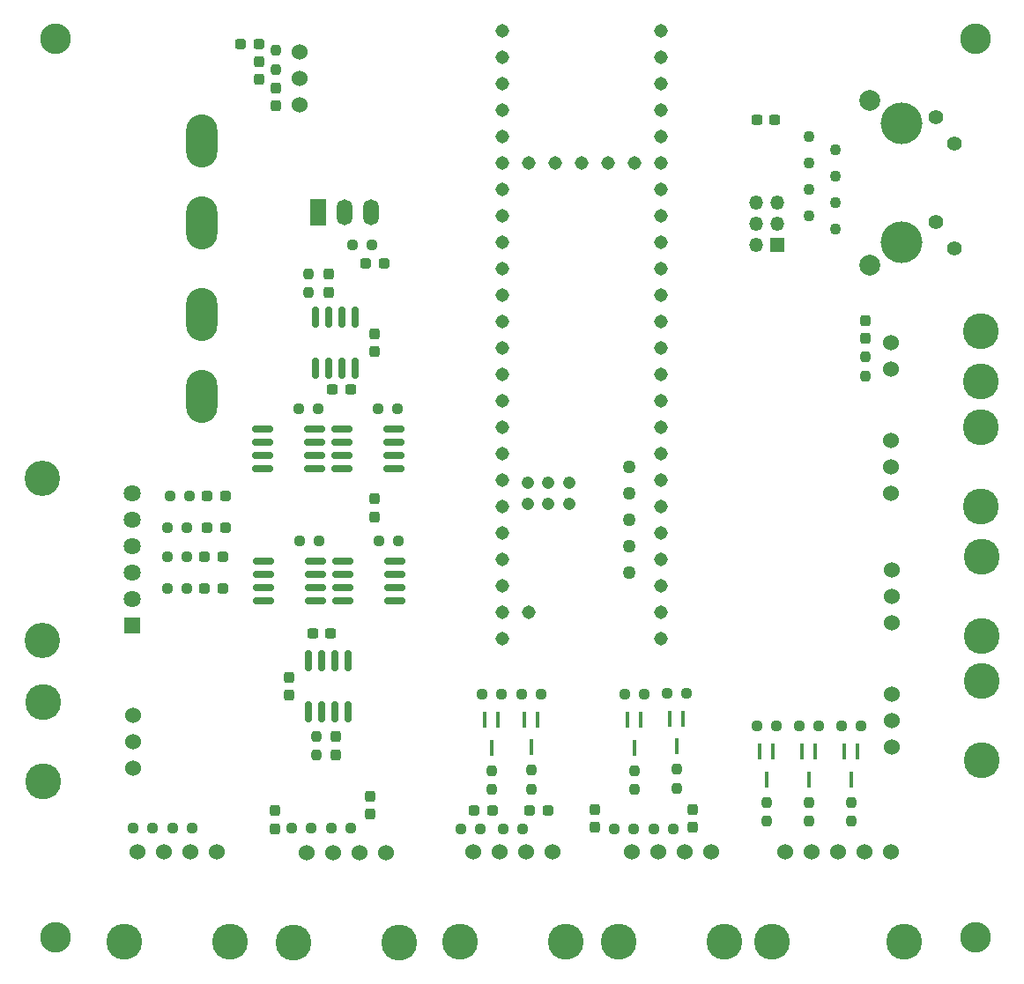
<source format=gbr>
%TF.GenerationSoftware,KiCad,Pcbnew,(6.0.7)*%
%TF.CreationDate,2022-11-16T19:30:54-06:00*%
%TF.ProjectId,ScienceSensor,53636965-6e63-4655-9365-6e736f722e6b,rev?*%
%TF.SameCoordinates,Original*%
%TF.FileFunction,Soldermask,Top*%
%TF.FilePolarity,Negative*%
%FSLAX46Y46*%
G04 Gerber Fmt 4.6, Leading zero omitted, Abs format (unit mm)*
G04 Created by KiCad (PCBNEW (6.0.7)) date 2022-11-16 19:30:54*
%MOMM*%
%LPD*%
G01*
G04 APERTURE LIST*
G04 Aperture macros list*
%AMRoundRect*
0 Rectangle with rounded corners*
0 $1 Rounding radius*
0 $2 $3 $4 $5 $6 $7 $8 $9 X,Y pos of 4 corners*
0 Add a 4 corners polygon primitive as box body*
4,1,4,$2,$3,$4,$5,$6,$7,$8,$9,$2,$3,0*
0 Add four circle primitives for the rounded corners*
1,1,$1+$1,$2,$3*
1,1,$1+$1,$4,$5*
1,1,$1+$1,$6,$7*
1,1,$1+$1,$8,$9*
0 Add four rect primitives between the rounded corners*
20,1,$1+$1,$2,$3,$4,$5,0*
20,1,$1+$1,$4,$5,$6,$7,0*
20,1,$1+$1,$6,$7,$8,$9,0*
20,1,$1+$1,$8,$9,$2,$3,0*%
G04 Aperture macros list end*
%ADD10C,1.308000*%
%ADD11C,1.258000*%
%ADD12C,1.208000*%
%ADD13RoundRect,0.237500X-0.287500X-0.237500X0.287500X-0.237500X0.287500X0.237500X-0.287500X0.237500X0*%
%ADD14RoundRect,0.237500X0.237500X-0.300000X0.237500X0.300000X-0.237500X0.300000X-0.237500X-0.300000X0*%
%ADD15RoundRect,0.237500X-0.250000X-0.237500X0.250000X-0.237500X0.250000X0.237500X-0.250000X0.237500X0*%
%ADD16C,3.450000*%
%ADD17C,1.524000*%
%ADD18RoundRect,0.237500X0.237500X-0.250000X0.237500X0.250000X-0.237500X0.250000X-0.237500X-0.250000X0*%
%ADD19RoundRect,0.237500X0.250000X0.237500X-0.250000X0.237500X-0.250000X-0.237500X0.250000X-0.237500X0*%
%ADD20RoundRect,0.237500X-0.237500X0.300000X-0.237500X-0.300000X0.237500X-0.300000X0.237500X0.300000X0*%
%ADD21R,0.450000X1.500000*%
%ADD22RoundRect,0.237500X-0.237500X0.287500X-0.237500X-0.287500X0.237500X-0.287500X0.237500X0.287500X0*%
%ADD23RoundRect,0.237500X-0.237500X0.250000X-0.237500X-0.250000X0.237500X-0.250000X0.237500X0.250000X0*%
%ADD24RoundRect,0.237500X-0.300000X-0.237500X0.300000X-0.237500X0.300000X0.237500X-0.300000X0.237500X0*%
%ADD25RoundRect,0.237500X0.287500X0.237500X-0.287500X0.237500X-0.287500X-0.237500X0.287500X-0.237500X0*%
%ADD26O,3.000000X5.100000*%
%ADD27RoundRect,0.150000X0.825000X0.150000X-0.825000X0.150000X-0.825000X-0.150000X0.825000X-0.150000X0*%
%ADD28RoundRect,0.237500X0.237500X-0.287500X0.237500X0.287500X-0.237500X0.287500X-0.237500X-0.287500X0*%
%ADD29C,2.946400*%
%ADD30RoundRect,0.237500X0.300000X0.237500X-0.300000X0.237500X-0.300000X-0.237500X0.300000X-0.237500X0*%
%ADD31R,1.500000X2.500000*%
%ADD32O,1.500000X2.500000*%
%ADD33C,1.100000*%
%ADD34C,1.400000*%
%ADD35C,4.000000*%
%ADD36C,2.000000*%
%ADD37RoundRect,0.150000X0.150000X-0.825000X0.150000X0.825000X-0.150000X0.825000X-0.150000X-0.825000X0*%
%ADD38RoundRect,0.150000X-0.150000X0.825000X-0.150000X-0.825000X0.150000X-0.825000X0.150000X0.825000X0*%
%ADD39C,3.400000*%
%ADD40R,1.635000X1.635000*%
%ADD41C,1.635000*%
%ADD42R,1.350000X1.350000*%
%ADD43O,1.350000X1.350000*%
G04 APERTURE END LIST*
D10*
%TO.C,U3*%
X158750000Y-105918000D03*
X158750000Y-103378000D03*
X158750000Y-100838000D03*
X158750000Y-98298000D03*
X158750000Y-72898000D03*
X143510000Y-103378000D03*
X153670000Y-62738000D03*
X158750000Y-95758000D03*
X158750000Y-93218000D03*
D11*
X155700000Y-102108000D03*
D10*
X158750000Y-90678000D03*
X158750000Y-88138000D03*
X158750000Y-85598000D03*
X158750000Y-83058000D03*
X158750000Y-80518000D03*
X158750000Y-77978000D03*
X158750000Y-75438000D03*
X143510000Y-75438000D03*
X143510000Y-77978000D03*
X143510000Y-80518000D03*
X143510000Y-83058000D03*
X143510000Y-85598000D03*
X143510000Y-88138000D03*
X143510000Y-90678000D03*
X143510000Y-93218000D03*
X143510000Y-95758000D03*
X143510000Y-98298000D03*
X143510000Y-100838000D03*
X158750000Y-70358000D03*
X158750000Y-67818000D03*
X158750000Y-65278000D03*
X158750000Y-62738000D03*
X158750000Y-60198000D03*
X158750000Y-57658000D03*
X158750000Y-55118000D03*
X158750000Y-52578000D03*
X158750000Y-50038000D03*
X143510000Y-50038000D03*
X143510000Y-52578000D03*
X143510000Y-55118000D03*
X143510000Y-57658000D03*
X143510000Y-60198000D03*
X143510000Y-62738000D03*
X143510000Y-65278000D03*
X143510000Y-67818000D03*
X143510000Y-70358000D03*
D11*
X155700000Y-97028000D03*
X155700000Y-99568000D03*
D10*
X158750000Y-108458000D03*
X143510000Y-72898000D03*
X143510000Y-105918000D03*
X151130000Y-62738000D03*
D12*
X147960000Y-93488000D03*
X147960000Y-95488000D03*
D10*
X146050000Y-62738000D03*
X148590000Y-62738000D03*
D12*
X145960000Y-95488000D03*
X145960000Y-93488000D03*
X149960000Y-93488000D03*
X149960000Y-95488000D03*
D11*
X155700000Y-94488000D03*
X155700000Y-91948000D03*
D10*
X156210000Y-62738000D03*
X143510000Y-108458000D03*
X146050000Y-105918000D03*
%TD*%
D13*
%TO.C,D9*%
X140857000Y-124968000D03*
X142607000Y-124968000D03*
%TD*%
D14*
%TO.C,C9*%
X131253000Y-96747500D03*
X131253000Y-95022500D03*
%TD*%
D15*
%TO.C,R27*%
X111863500Y-126619000D03*
X113688500Y-126619000D03*
%TD*%
D16*
%TO.C,Conn10*%
X182118000Y-137541000D03*
X169418000Y-137541000D03*
D17*
X180848000Y-128905000D03*
X178308000Y-128905000D03*
X175768000Y-128905000D03*
X173228000Y-128905000D03*
X170688000Y-128905000D03*
%TD*%
D15*
%TO.C,R30*%
X131675500Y-99060000D03*
X133500500Y-99060000D03*
%TD*%
D16*
%TO.C,Conn12*%
X189484000Y-88138000D03*
X189484000Y-95758000D03*
D17*
X180848000Y-89408000D03*
X180848000Y-91948000D03*
X180848000Y-94488000D03*
%TD*%
D18*
%TO.C,R19*%
X168910000Y-126007500D03*
X168910000Y-124182500D03*
%TD*%
D19*
%TO.C,R5*%
X173886500Y-116840000D03*
X172061500Y-116840000D03*
%TD*%
D20*
%TO.C,C4*%
X120142000Y-52985500D03*
X120142000Y-54710500D03*
%TD*%
D21*
%TO.C,Q8*%
X146954000Y-116248500D03*
X145654000Y-116248500D03*
X146304000Y-118908500D03*
%TD*%
D22*
%TO.C,D12*%
X126808000Y-73420000D03*
X126808000Y-75170000D03*
%TD*%
D18*
%TO.C,R17*%
X146304000Y-122936000D03*
X146304000Y-121111000D03*
%TD*%
D15*
%TO.C,R23*%
X154281500Y-126746000D03*
X156106500Y-126746000D03*
%TD*%
D18*
%TO.C,R9*%
X142494000Y-122959500D03*
X142494000Y-121134500D03*
%TD*%
D21*
%TO.C,Q6*%
X173624000Y-119320000D03*
X172324000Y-119320000D03*
X172974000Y-121980000D03*
%TD*%
D15*
%TO.C,R26*%
X123293500Y-126619000D03*
X125118500Y-126619000D03*
%TD*%
D19*
%TO.C,R8*%
X113180500Y-100584000D03*
X111355500Y-100584000D03*
%TD*%
D16*
%TO.C,Conn13*%
X117348000Y-137541000D03*
X107188000Y-137541000D03*
D17*
X116078000Y-128905000D03*
X113538000Y-128905000D03*
X110998000Y-128905000D03*
X108458000Y-128905000D03*
%TD*%
D22*
%TO.C,D4*%
X178435000Y-77865000D03*
X178435000Y-79615000D03*
%TD*%
D23*
%TO.C,R32*%
X124903000Y-73382500D03*
X124903000Y-75207500D03*
%TD*%
D24*
%TO.C,C8*%
X125310500Y-107950000D03*
X127035500Y-107950000D03*
%TD*%
D25*
%TO.C,D3*%
X116699000Y-103632000D03*
X114949000Y-103632000D03*
%TD*%
D19*
%TO.C,R25*%
X141374500Y-126746000D03*
X139549500Y-126746000D03*
%TD*%
D16*
%TO.C,Conn2*%
X189611000Y-100584000D03*
X189611000Y-108204000D03*
D17*
X180975000Y-101854000D03*
X180975000Y-104394000D03*
X180975000Y-106934000D03*
%TD*%
D26*
%TO.C,Conn5*%
X114687400Y-77258000D03*
X114687400Y-85132000D03*
%TD*%
D19*
%TO.C,R24*%
X145438500Y-126746000D03*
X143613500Y-126746000D03*
%TD*%
D23*
%TO.C,R2*%
X121793000Y-51919500D03*
X121793000Y-53744500D03*
%TD*%
D18*
%TO.C,R18*%
X160274000Y-122832500D03*
X160274000Y-121007500D03*
%TD*%
D27*
%TO.C,Q3*%
X125473000Y-92075000D03*
X125473000Y-90805000D03*
X125473000Y-89535000D03*
X125473000Y-88265000D03*
X120523000Y-88265000D03*
X120523000Y-89535000D03*
X120523000Y-90805000D03*
X120523000Y-92075000D03*
%TD*%
D19*
%TO.C,R14*%
X147216500Y-113768500D03*
X145391500Y-113768500D03*
%TD*%
D27*
%TO.C,Q11*%
X133093000Y-92075000D03*
X133093000Y-90805000D03*
X133093000Y-89535000D03*
X133093000Y-88265000D03*
X128143000Y-88265000D03*
X128143000Y-89535000D03*
X128143000Y-90805000D03*
X128143000Y-92075000D03*
%TD*%
%TO.C,Q1*%
X125538000Y-104775000D03*
X125538000Y-103505000D03*
X125538000Y-102235000D03*
X125538000Y-100965000D03*
X120588000Y-100965000D03*
X120588000Y-102235000D03*
X120588000Y-103505000D03*
X120588000Y-104775000D03*
%TD*%
D15*
%TO.C,R35*%
X108053500Y-126619000D03*
X109878500Y-126619000D03*
%TD*%
D22*
%TO.C,D7*%
X152400000Y-124855000D03*
X152400000Y-126605000D03*
%TD*%
D15*
%TO.C,R34*%
X131610500Y-86360000D03*
X133435500Y-86360000D03*
%TD*%
D22*
%TO.C,D6*%
X161798000Y-124855000D03*
X161798000Y-126605000D03*
%TD*%
D18*
%TO.C,R13*%
X177038000Y-126007500D03*
X177038000Y-124182500D03*
%TD*%
D19*
%TO.C,R22*%
X159916500Y-126746000D03*
X158091500Y-126746000D03*
%TD*%
D28*
%TO.C,D13*%
X127508000Y-119606000D03*
X127508000Y-117856000D03*
%TD*%
D19*
%TO.C,R6*%
X113180500Y-103632000D03*
X111355500Y-103632000D03*
%TD*%
D29*
%TO.C,V3*%
X188976000Y-137160000D03*
%TD*%
D19*
%TO.C,R20*%
X113434500Y-94742000D03*
X111609500Y-94742000D03*
%TD*%
D25*
%TO.C,D8*%
X147941000Y-124968000D03*
X146191000Y-124968000D03*
%TD*%
D29*
%TO.C,V2*%
X188976000Y-50800000D03*
%TD*%
D25*
%TO.C,D10*%
X116953000Y-97790000D03*
X115203000Y-97790000D03*
%TD*%
D19*
%TO.C,R16*%
X169822500Y-116840000D03*
X167997500Y-116840000D03*
%TD*%
%TO.C,R12*%
X177950500Y-116840000D03*
X176125500Y-116840000D03*
%TD*%
D21*
%TO.C,Q4*%
X143144000Y-116272000D03*
X141844000Y-116272000D03*
X142494000Y-118932000D03*
%TD*%
D25*
%TO.C,D15*%
X116953000Y-94742000D03*
X115203000Y-94742000D03*
%TD*%
D22*
%TO.C,D11*%
X122998000Y-112155000D03*
X122998000Y-113905000D03*
%TD*%
D15*
%TO.C,R1*%
X129135500Y-70612000D03*
X130960500Y-70612000D03*
%TD*%
D29*
%TO.C,V1*%
X100584000Y-50800000D03*
%TD*%
D26*
%TO.C,Conn1*%
X114687400Y-60579000D03*
X114687400Y-68453000D03*
%TD*%
D29*
%TO.C,V4*%
X100584000Y-137160000D03*
%TD*%
D21*
%TO.C,Q10*%
X169560000Y-119320000D03*
X168260000Y-119320000D03*
X168910000Y-121980000D03*
%TD*%
D16*
%TO.C,Conn6*%
X99441000Y-114554000D03*
X99441000Y-122174000D03*
D17*
X108077000Y-120904000D03*
X108077000Y-118364000D03*
X108077000Y-115824000D03*
%TD*%
D22*
%TO.C,D16*%
X130810000Y-123585000D03*
X130810000Y-125335000D03*
%TD*%
D19*
%TO.C,R15*%
X161186500Y-113665000D03*
X159361500Y-113665000D03*
%TD*%
D13*
%TO.C,D2*%
X118378000Y-51308000D03*
X120128000Y-51308000D03*
%TD*%
D30*
%TO.C,C10*%
X128940500Y-84455000D03*
X127215500Y-84455000D03*
%TD*%
D25*
%TO.C,D5*%
X116699000Y-100584000D03*
X114949000Y-100584000D03*
%TD*%
D15*
%TO.C,R29*%
X124055500Y-99060000D03*
X125880500Y-99060000D03*
%TD*%
D16*
%TO.C,Conn9*%
X149606000Y-137541000D03*
X139446000Y-137541000D03*
D17*
X148336000Y-128905000D03*
X145796000Y-128905000D03*
X143256000Y-128905000D03*
X140716000Y-128905000D03*
%TD*%
D14*
%TO.C,C2*%
X121793000Y-57250500D03*
X121793000Y-55525500D03*
%TD*%
D21*
%TO.C,Q7*%
X177688000Y-119320000D03*
X176388000Y-119320000D03*
X177038000Y-121980000D03*
%TD*%
D15*
%TO.C,R33*%
X123990500Y-86360000D03*
X125815500Y-86360000D03*
%TD*%
D31*
%TO.C,U1*%
X125815000Y-67454000D03*
D32*
X128355000Y-67454000D03*
X130895000Y-67454000D03*
%TD*%
D18*
%TO.C,R10*%
X156210000Y-122959500D03*
X156210000Y-121134500D03*
%TD*%
D19*
%TO.C,R28*%
X113180500Y-97790000D03*
X111355500Y-97790000D03*
%TD*%
D21*
%TO.C,Q9*%
X160924000Y-116145000D03*
X159624000Y-116145000D03*
X160274000Y-118805000D03*
%TD*%
D19*
%TO.C,R21*%
X128928500Y-126619000D03*
X127103500Y-126619000D03*
%TD*%
D25*
%TO.C,D1*%
X132193000Y-72390000D03*
X130443000Y-72390000D03*
%TD*%
D18*
%TO.C,R11*%
X172974000Y-126007500D03*
X172974000Y-124182500D03*
%TD*%
D28*
%TO.C,D14*%
X131253000Y-80885000D03*
X131253000Y-79135000D03*
%TD*%
D19*
%TO.C,R4*%
X157122500Y-113792000D03*
X155297500Y-113792000D03*
%TD*%
D17*
%TO.C,U2*%
X124079000Y-57150000D03*
X124079000Y-54610000D03*
X124079000Y-52070000D03*
%TD*%
D16*
%TO.C,Conn8*%
X164846000Y-137541000D03*
X154686000Y-137541000D03*
D17*
X163576000Y-128905000D03*
X161036000Y-128905000D03*
X158496000Y-128905000D03*
X155956000Y-128905000D03*
%TD*%
D16*
%TO.C,Conn7*%
X189611000Y-120142000D03*
X189611000Y-112522000D03*
D17*
X180975000Y-113792000D03*
X180975000Y-116332000D03*
X180975000Y-118872000D03*
%TD*%
D16*
%TO.C,Conn11*%
X133604000Y-137668000D03*
X123444000Y-137668000D03*
D17*
X132334000Y-129032000D03*
X129794000Y-129032000D03*
X127254000Y-129032000D03*
X124714000Y-129032000D03*
%TD*%
D33*
%TO.C,J2*%
X175514000Y-69086000D03*
X172974000Y-67816000D03*
X175514000Y-66546000D03*
X172974000Y-65276000D03*
X175514000Y-64006000D03*
X172974000Y-62736000D03*
X175514000Y-61466000D03*
X172974000Y-60196000D03*
D34*
X186944000Y-70966000D03*
X185154000Y-68426000D03*
X186944000Y-60856000D03*
X185154000Y-58316000D03*
D35*
X181864000Y-70356000D03*
X181864000Y-58926000D03*
D36*
X178814000Y-72516000D03*
X178814000Y-56766000D03*
%TD*%
D18*
%TO.C,R31*%
X125665000Y-119643500D03*
X125665000Y-117818500D03*
%TD*%
D37*
%TO.C,U6*%
X124903000Y-115505000D03*
X126173000Y-115505000D03*
X127443000Y-115505000D03*
X128713000Y-115505000D03*
X128713000Y-110555000D03*
X127443000Y-110555000D03*
X126173000Y-110555000D03*
X124903000Y-110555000D03*
%TD*%
D24*
%TO.C,C1*%
X167996000Y-58545000D03*
X169721000Y-58545000D03*
%TD*%
D18*
%TO.C,R7*%
X178435000Y-83208500D03*
X178435000Y-81383500D03*
%TD*%
D38*
%TO.C,U7*%
X129348000Y-77535000D03*
X128078000Y-77535000D03*
X126808000Y-77535000D03*
X125538000Y-77535000D03*
X125538000Y-82485000D03*
X126808000Y-82485000D03*
X128078000Y-82485000D03*
X129348000Y-82485000D03*
%TD*%
D27*
%TO.C,Q2*%
X133158000Y-104775000D03*
X133158000Y-103505000D03*
X133158000Y-102235000D03*
X133158000Y-100965000D03*
X128208000Y-100965000D03*
X128208000Y-102235000D03*
X128208000Y-103505000D03*
X128208000Y-104775000D03*
%TD*%
D39*
%TO.C,Conn4*%
X99310000Y-93088000D03*
X99310000Y-108588000D03*
D40*
X107950000Y-107188000D03*
D41*
X107950000Y-104648000D03*
X107950000Y-102108000D03*
X107950000Y-99568000D03*
X107950000Y-97028000D03*
X107950000Y-94488000D03*
%TD*%
D16*
%TO.C,Conn3*%
X189488000Y-78865000D03*
X189484000Y-83693000D03*
D17*
X180848000Y-80010000D03*
X180848000Y-82550000D03*
%TD*%
D22*
%TO.C,D17*%
X121666000Y-124982000D03*
X121666000Y-126732000D03*
%TD*%
D42*
%TO.C,J1*%
X169910000Y-70580000D03*
D43*
X167910000Y-70580000D03*
X169910000Y-68580000D03*
X167910000Y-68580000D03*
X169910000Y-66580000D03*
X167910000Y-66580000D03*
%TD*%
D19*
%TO.C,R3*%
X143406500Y-113792000D03*
X141581500Y-113792000D03*
%TD*%
D21*
%TO.C,Q5*%
X156860000Y-116272000D03*
X155560000Y-116272000D03*
X156210000Y-118932000D03*
%TD*%
M02*

</source>
